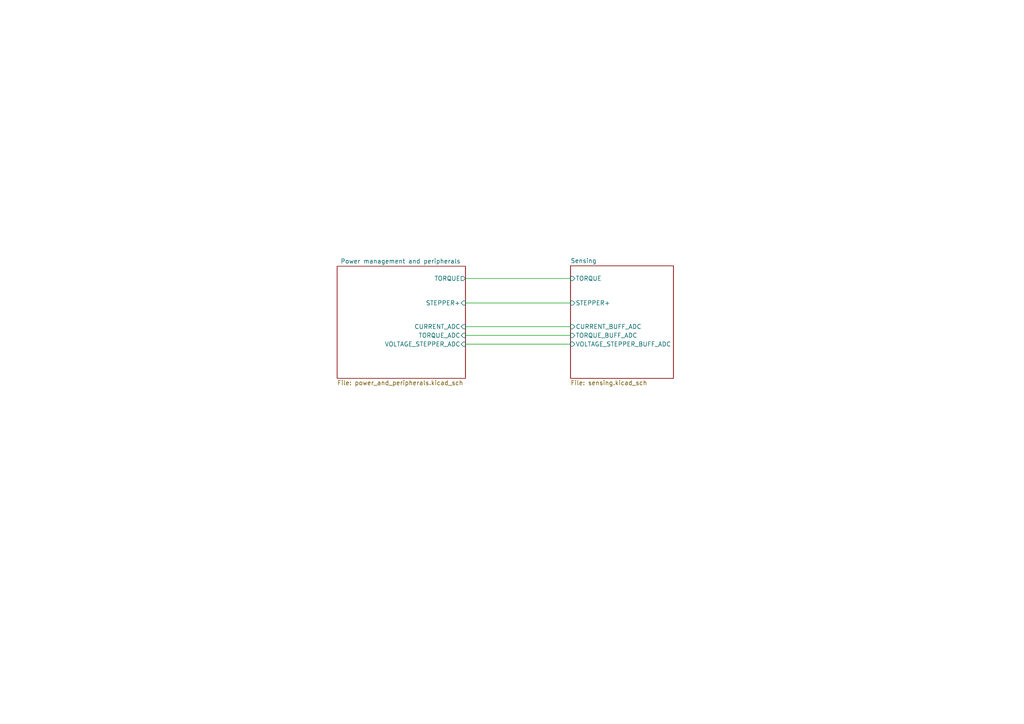
<source format=kicad_sch>
(kicad_sch (version 20211123) (generator eeschema)
  (paper "A4")
  (title_block (title "STB") (date "2022-08-09") (rev "0.2"))
  (lib_symbols)
  (wire (pts (xy 135.001 87.884) (xy 165.481 87.884)))
  (wire (pts (xy 135.001 94.742) (xy 165.481 94.742)))
  (wire (pts (xy 135.001 99.822) (xy 165.481 99.822)))
  (wire (pts (xy 135.001 80.772) (xy 165.481 80.772)))
  (wire (pts (xy 135.001 97.282) (xy 165.481 97.282)))
  (sheet (at 97.79 77.216) (size 37.211 32.512) (stroke (width 0.1524))
    (property "Sheet name" " Power management and peripherals" (at 97.79 76.5044 0) (effects (justify left bottom)))
    (property "Sheet file" "power_and_peripherals.kicad_sch" (at 97.79 110.3126 0) (effects (justify left top)))
    (pin "TORQUE" output (at 135.001 80.772 0))
    (pin "STEPPER+" input (at 135.001 87.884 0))
    (pin "CURRENT_ADC" input (at 135.001 94.742 0))
    (pin "VOLTAGE_STEPPER_ADC" input (at 135.001 99.822 0))
    (pin "TORQUE_ADC" input (at 135.001 97.282 0))
  )
  (sheet (at 165.481 77.089) (size 29.845 32.639) (stroke (width 0.1524))
    (property "Sheet name" "Sensing" (at 165.481 76.3774 0) (effects (justify left bottom)))
    (property "Sheet file" "sensing.kicad_sch" (at 165.481 110.3126 0) (effects (justify left top)))
    (pin "TORQUE_BUFF_ADC" input (at 165.481 97.282 180))
    (pin "TORQUE" input (at 165.481 80.772 180))
    (pin "CURRENT_BUFF_ADC" input (at 165.481 94.742 180))
    (pin "VOLTAGE_STEPPER_BUFF_ADC" input (at 165.481 99.822 180))
    (pin "STEPPER+" input (at 165.481 87.884 180))
  )
)
</source>
